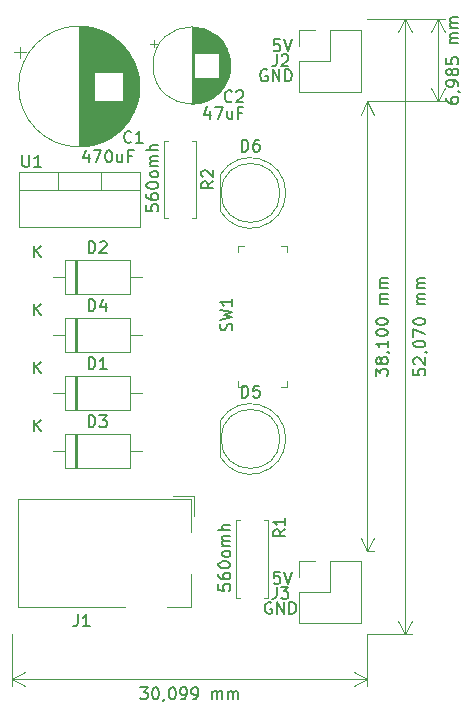
<source format=gbr>
G04 #@! TF.GenerationSoftware,KiCad,Pcbnew,(5.1.4)-1*
G04 #@! TF.CreationDate,2019-09-17T14:56:49+03:00*
G04 #@! TF.ProjectId,Project_1_Breadboard_power_supply,50726f6a-6563-4745-9f31-5f4272656164,v1*
G04 #@! TF.SameCoordinates,Original*
G04 #@! TF.FileFunction,Legend,Top*
G04 #@! TF.FilePolarity,Positive*
%FSLAX46Y46*%
G04 Gerber Fmt 4.6, Leading zero omitted, Abs format (unit mm)*
G04 Created by KiCad (PCBNEW (5.1.4)-1) date 2019-09-17 14:56:49*
%MOMM*%
%LPD*%
G04 APERTURE LIST*
%ADD10C,0.150000*%
%ADD11C,0.120000*%
%ADD12C,0.100000*%
G04 APERTURE END LIST*
D10*
X146645380Y-112140714D02*
X146645380Y-112616904D01*
X147121571Y-112664523D01*
X147073952Y-112616904D01*
X147026333Y-112521666D01*
X147026333Y-112283571D01*
X147073952Y-112188333D01*
X147121571Y-112140714D01*
X147216809Y-112093095D01*
X147454904Y-112093095D01*
X147550142Y-112140714D01*
X147597761Y-112188333D01*
X147645380Y-112283571D01*
X147645380Y-112521666D01*
X147597761Y-112616904D01*
X147550142Y-112664523D01*
X146645380Y-111235952D02*
X146645380Y-111426428D01*
X146693000Y-111521666D01*
X146740619Y-111569285D01*
X146883476Y-111664523D01*
X147073952Y-111712142D01*
X147454904Y-111712142D01*
X147550142Y-111664523D01*
X147597761Y-111616904D01*
X147645380Y-111521666D01*
X147645380Y-111331190D01*
X147597761Y-111235952D01*
X147550142Y-111188333D01*
X147454904Y-111140714D01*
X147216809Y-111140714D01*
X147121571Y-111188333D01*
X147073952Y-111235952D01*
X147026333Y-111331190D01*
X147026333Y-111521666D01*
X147073952Y-111616904D01*
X147121571Y-111664523D01*
X147216809Y-111712142D01*
X146645380Y-110521666D02*
X146645380Y-110426428D01*
X146693000Y-110331190D01*
X146740619Y-110283571D01*
X146835857Y-110235952D01*
X147026333Y-110188333D01*
X147264428Y-110188333D01*
X147454904Y-110235952D01*
X147550142Y-110283571D01*
X147597761Y-110331190D01*
X147645380Y-110426428D01*
X147645380Y-110521666D01*
X147597761Y-110616904D01*
X147550142Y-110664523D01*
X147454904Y-110712142D01*
X147264428Y-110759761D01*
X147026333Y-110759761D01*
X146835857Y-110712142D01*
X146740619Y-110664523D01*
X146693000Y-110616904D01*
X146645380Y-110521666D01*
X147645380Y-109616904D02*
X147597761Y-109712142D01*
X147550142Y-109759761D01*
X147454904Y-109807380D01*
X147169190Y-109807380D01*
X147073952Y-109759761D01*
X147026333Y-109712142D01*
X146978714Y-109616904D01*
X146978714Y-109474047D01*
X147026333Y-109378809D01*
X147073952Y-109331190D01*
X147169190Y-109283571D01*
X147454904Y-109283571D01*
X147550142Y-109331190D01*
X147597761Y-109378809D01*
X147645380Y-109474047D01*
X147645380Y-109616904D01*
X147645380Y-108855000D02*
X146978714Y-108855000D01*
X147073952Y-108855000D02*
X147026333Y-108807380D01*
X146978714Y-108712142D01*
X146978714Y-108569285D01*
X147026333Y-108474047D01*
X147121571Y-108426428D01*
X147645380Y-108426428D01*
X147121571Y-108426428D02*
X147026333Y-108378809D01*
X146978714Y-108283571D01*
X146978714Y-108140714D01*
X147026333Y-108045476D01*
X147121571Y-107997857D01*
X147645380Y-107997857D01*
X147645380Y-107521666D02*
X146645380Y-107521666D01*
X147645380Y-107093095D02*
X147121571Y-107093095D01*
X147026333Y-107140714D01*
X146978714Y-107235952D01*
X146978714Y-107378809D01*
X147026333Y-107474047D01*
X147073952Y-107521666D01*
X140549380Y-80009714D02*
X140549380Y-80485904D01*
X141025571Y-80533523D01*
X140977952Y-80485904D01*
X140930333Y-80390666D01*
X140930333Y-80152571D01*
X140977952Y-80057333D01*
X141025571Y-80009714D01*
X141120809Y-79962095D01*
X141358904Y-79962095D01*
X141454142Y-80009714D01*
X141501761Y-80057333D01*
X141549380Y-80152571D01*
X141549380Y-80390666D01*
X141501761Y-80485904D01*
X141454142Y-80533523D01*
X140549380Y-79104952D02*
X140549380Y-79295428D01*
X140597000Y-79390666D01*
X140644619Y-79438285D01*
X140787476Y-79533523D01*
X140977952Y-79581142D01*
X141358904Y-79581142D01*
X141454142Y-79533523D01*
X141501761Y-79485904D01*
X141549380Y-79390666D01*
X141549380Y-79200190D01*
X141501761Y-79104952D01*
X141454142Y-79057333D01*
X141358904Y-79009714D01*
X141120809Y-79009714D01*
X141025571Y-79057333D01*
X140977952Y-79104952D01*
X140930333Y-79200190D01*
X140930333Y-79390666D01*
X140977952Y-79485904D01*
X141025571Y-79533523D01*
X141120809Y-79581142D01*
X140549380Y-78390666D02*
X140549380Y-78295428D01*
X140597000Y-78200190D01*
X140644619Y-78152571D01*
X140739857Y-78104952D01*
X140930333Y-78057333D01*
X141168428Y-78057333D01*
X141358904Y-78104952D01*
X141454142Y-78152571D01*
X141501761Y-78200190D01*
X141549380Y-78295428D01*
X141549380Y-78390666D01*
X141501761Y-78485904D01*
X141454142Y-78533523D01*
X141358904Y-78581142D01*
X141168428Y-78628761D01*
X140930333Y-78628761D01*
X140739857Y-78581142D01*
X140644619Y-78533523D01*
X140597000Y-78485904D01*
X140549380Y-78390666D01*
X141549380Y-77485904D02*
X141501761Y-77581142D01*
X141454142Y-77628761D01*
X141358904Y-77676380D01*
X141073190Y-77676380D01*
X140977952Y-77628761D01*
X140930333Y-77581142D01*
X140882714Y-77485904D01*
X140882714Y-77343047D01*
X140930333Y-77247809D01*
X140977952Y-77200190D01*
X141073190Y-77152571D01*
X141358904Y-77152571D01*
X141454142Y-77200190D01*
X141501761Y-77247809D01*
X141549380Y-77343047D01*
X141549380Y-77485904D01*
X141549380Y-76724000D02*
X140882714Y-76724000D01*
X140977952Y-76724000D02*
X140930333Y-76676380D01*
X140882714Y-76581142D01*
X140882714Y-76438285D01*
X140930333Y-76343047D01*
X141025571Y-76295428D01*
X141549380Y-76295428D01*
X141025571Y-76295428D02*
X140930333Y-76247809D01*
X140882714Y-76152571D01*
X140882714Y-76009714D01*
X140930333Y-75914476D01*
X141025571Y-75866857D01*
X141549380Y-75866857D01*
X141549380Y-75390666D02*
X140549380Y-75390666D01*
X141549380Y-74962095D02*
X141025571Y-74962095D01*
X140930333Y-75009714D01*
X140882714Y-75104952D01*
X140882714Y-75247809D01*
X140930333Y-75343047D01*
X140977952Y-75390666D01*
X145899333Y-72048714D02*
X145899333Y-72715380D01*
X145661238Y-71667761D02*
X145423142Y-72382047D01*
X146042190Y-72382047D01*
X146327904Y-71715380D02*
X146994571Y-71715380D01*
X146566000Y-72715380D01*
X147804095Y-72048714D02*
X147804095Y-72715380D01*
X147375523Y-72048714D02*
X147375523Y-72572523D01*
X147423142Y-72667761D01*
X147518380Y-72715380D01*
X147661238Y-72715380D01*
X147756476Y-72667761D01*
X147804095Y-72620142D01*
X148613619Y-72191571D02*
X148280285Y-72191571D01*
X148280285Y-72715380D02*
X148280285Y-71715380D01*
X148756476Y-71715380D01*
X135644142Y-75731714D02*
X135644142Y-76398380D01*
X135406047Y-75350761D02*
X135167952Y-76065047D01*
X135787000Y-76065047D01*
X136072714Y-75398380D02*
X136739380Y-75398380D01*
X136310809Y-76398380D01*
X137310809Y-75398380D02*
X137406047Y-75398380D01*
X137501285Y-75446000D01*
X137548904Y-75493619D01*
X137596523Y-75588857D01*
X137644142Y-75779333D01*
X137644142Y-76017428D01*
X137596523Y-76207904D01*
X137548904Y-76303142D01*
X137501285Y-76350761D01*
X137406047Y-76398380D01*
X137310809Y-76398380D01*
X137215571Y-76350761D01*
X137167952Y-76303142D01*
X137120333Y-76207904D01*
X137072714Y-76017428D01*
X137072714Y-75779333D01*
X137120333Y-75588857D01*
X137167952Y-75493619D01*
X137215571Y-75446000D01*
X137310809Y-75398380D01*
X138501285Y-75731714D02*
X138501285Y-76398380D01*
X138072714Y-75731714D02*
X138072714Y-76255523D01*
X138120333Y-76350761D01*
X138215571Y-76398380D01*
X138358428Y-76398380D01*
X138453666Y-76350761D01*
X138501285Y-76303142D01*
X139310809Y-75874571D02*
X138977476Y-75874571D01*
X138977476Y-76398380D02*
X138977476Y-75398380D01*
X139453666Y-75398380D01*
X140018023Y-120864380D02*
X140637071Y-120864380D01*
X140303738Y-121245333D01*
X140446595Y-121245333D01*
X140541833Y-121292952D01*
X140589452Y-121340571D01*
X140637071Y-121435809D01*
X140637071Y-121673904D01*
X140589452Y-121769142D01*
X140541833Y-121816761D01*
X140446595Y-121864380D01*
X140160880Y-121864380D01*
X140065642Y-121816761D01*
X140018023Y-121769142D01*
X141256119Y-120864380D02*
X141351357Y-120864380D01*
X141446595Y-120912000D01*
X141494214Y-120959619D01*
X141541833Y-121054857D01*
X141589452Y-121245333D01*
X141589452Y-121483428D01*
X141541833Y-121673904D01*
X141494214Y-121769142D01*
X141446595Y-121816761D01*
X141351357Y-121864380D01*
X141256119Y-121864380D01*
X141160880Y-121816761D01*
X141113261Y-121769142D01*
X141065642Y-121673904D01*
X141018023Y-121483428D01*
X141018023Y-121245333D01*
X141065642Y-121054857D01*
X141113261Y-120959619D01*
X141160880Y-120912000D01*
X141256119Y-120864380D01*
X142065642Y-121816761D02*
X142065642Y-121864380D01*
X142018023Y-121959619D01*
X141970404Y-122007238D01*
X142684690Y-120864380D02*
X142779928Y-120864380D01*
X142875166Y-120912000D01*
X142922785Y-120959619D01*
X142970404Y-121054857D01*
X143018023Y-121245333D01*
X143018023Y-121483428D01*
X142970404Y-121673904D01*
X142922785Y-121769142D01*
X142875166Y-121816761D01*
X142779928Y-121864380D01*
X142684690Y-121864380D01*
X142589452Y-121816761D01*
X142541833Y-121769142D01*
X142494214Y-121673904D01*
X142446595Y-121483428D01*
X142446595Y-121245333D01*
X142494214Y-121054857D01*
X142541833Y-120959619D01*
X142589452Y-120912000D01*
X142684690Y-120864380D01*
X143494214Y-121864380D02*
X143684690Y-121864380D01*
X143779928Y-121816761D01*
X143827547Y-121769142D01*
X143922785Y-121626285D01*
X143970404Y-121435809D01*
X143970404Y-121054857D01*
X143922785Y-120959619D01*
X143875166Y-120912000D01*
X143779928Y-120864380D01*
X143589452Y-120864380D01*
X143494214Y-120912000D01*
X143446595Y-120959619D01*
X143398976Y-121054857D01*
X143398976Y-121292952D01*
X143446595Y-121388190D01*
X143494214Y-121435809D01*
X143589452Y-121483428D01*
X143779928Y-121483428D01*
X143875166Y-121435809D01*
X143922785Y-121388190D01*
X143970404Y-121292952D01*
X144446595Y-121864380D02*
X144637071Y-121864380D01*
X144732309Y-121816761D01*
X144779928Y-121769142D01*
X144875166Y-121626285D01*
X144922785Y-121435809D01*
X144922785Y-121054857D01*
X144875166Y-120959619D01*
X144827547Y-120912000D01*
X144732309Y-120864380D01*
X144541833Y-120864380D01*
X144446595Y-120912000D01*
X144398976Y-120959619D01*
X144351357Y-121054857D01*
X144351357Y-121292952D01*
X144398976Y-121388190D01*
X144446595Y-121435809D01*
X144541833Y-121483428D01*
X144732309Y-121483428D01*
X144827547Y-121435809D01*
X144875166Y-121388190D01*
X144922785Y-121292952D01*
X146113261Y-121864380D02*
X146113261Y-121197714D01*
X146113261Y-121292952D02*
X146160880Y-121245333D01*
X146256119Y-121197714D01*
X146398976Y-121197714D01*
X146494214Y-121245333D01*
X146541833Y-121340571D01*
X146541833Y-121864380D01*
X146541833Y-121340571D02*
X146589452Y-121245333D01*
X146684690Y-121197714D01*
X146827547Y-121197714D01*
X146922785Y-121245333D01*
X146970404Y-121340571D01*
X146970404Y-121864380D01*
X147446595Y-121864380D02*
X147446595Y-121197714D01*
X147446595Y-121292952D02*
X147494214Y-121245333D01*
X147589452Y-121197714D01*
X147732309Y-121197714D01*
X147827547Y-121245333D01*
X147875166Y-121340571D01*
X147875166Y-121864380D01*
X147875166Y-121340571D02*
X147922785Y-121245333D01*
X148018023Y-121197714D01*
X148160880Y-121197714D01*
X148256119Y-121245333D01*
X148303738Y-121340571D01*
X148303738Y-121864380D01*
D11*
X129159000Y-120142000D02*
X159258000Y-120142000D01*
X129159000Y-116332000D02*
X129159000Y-120728421D01*
X159258000Y-116332000D02*
X159258000Y-120728421D01*
X159258000Y-120142000D02*
X158131496Y-120728421D01*
X159258000Y-120142000D02*
X158131496Y-119555579D01*
X129159000Y-120142000D02*
X130285504Y-120728421D01*
X129159000Y-120142000D02*
X130285504Y-119555579D01*
D10*
X165949380Y-70944976D02*
X165949380Y-71135452D01*
X165997000Y-71230690D01*
X166044619Y-71278309D01*
X166187476Y-71373547D01*
X166377952Y-71421166D01*
X166758904Y-71421166D01*
X166854142Y-71373547D01*
X166901761Y-71325928D01*
X166949380Y-71230690D01*
X166949380Y-71040214D01*
X166901761Y-70944976D01*
X166854142Y-70897357D01*
X166758904Y-70849738D01*
X166520809Y-70849738D01*
X166425571Y-70897357D01*
X166377952Y-70944976D01*
X166330333Y-71040214D01*
X166330333Y-71230690D01*
X166377952Y-71325928D01*
X166425571Y-71373547D01*
X166520809Y-71421166D01*
X166901761Y-70373547D02*
X166949380Y-70373547D01*
X167044619Y-70421166D01*
X167092238Y-70468785D01*
X166949380Y-69897357D02*
X166949380Y-69706880D01*
X166901761Y-69611642D01*
X166854142Y-69564023D01*
X166711285Y-69468785D01*
X166520809Y-69421166D01*
X166139857Y-69421166D01*
X166044619Y-69468785D01*
X165997000Y-69516404D01*
X165949380Y-69611642D01*
X165949380Y-69802119D01*
X165997000Y-69897357D01*
X166044619Y-69944976D01*
X166139857Y-69992595D01*
X166377952Y-69992595D01*
X166473190Y-69944976D01*
X166520809Y-69897357D01*
X166568428Y-69802119D01*
X166568428Y-69611642D01*
X166520809Y-69516404D01*
X166473190Y-69468785D01*
X166377952Y-69421166D01*
X166377952Y-68849738D02*
X166330333Y-68944976D01*
X166282714Y-68992595D01*
X166187476Y-69040214D01*
X166139857Y-69040214D01*
X166044619Y-68992595D01*
X165997000Y-68944976D01*
X165949380Y-68849738D01*
X165949380Y-68659261D01*
X165997000Y-68564023D01*
X166044619Y-68516404D01*
X166139857Y-68468785D01*
X166187476Y-68468785D01*
X166282714Y-68516404D01*
X166330333Y-68564023D01*
X166377952Y-68659261D01*
X166377952Y-68849738D01*
X166425571Y-68944976D01*
X166473190Y-68992595D01*
X166568428Y-69040214D01*
X166758904Y-69040214D01*
X166854142Y-68992595D01*
X166901761Y-68944976D01*
X166949380Y-68849738D01*
X166949380Y-68659261D01*
X166901761Y-68564023D01*
X166854142Y-68516404D01*
X166758904Y-68468785D01*
X166568428Y-68468785D01*
X166473190Y-68516404D01*
X166425571Y-68564023D01*
X166377952Y-68659261D01*
X165949380Y-67564023D02*
X165949380Y-68040214D01*
X166425571Y-68087833D01*
X166377952Y-68040214D01*
X166330333Y-67944976D01*
X166330333Y-67706880D01*
X166377952Y-67611642D01*
X166425571Y-67564023D01*
X166520809Y-67516404D01*
X166758904Y-67516404D01*
X166854142Y-67564023D01*
X166901761Y-67611642D01*
X166949380Y-67706880D01*
X166949380Y-67944976D01*
X166901761Y-68040214D01*
X166854142Y-68087833D01*
X166949380Y-66325928D02*
X166282714Y-66325928D01*
X166377952Y-66325928D02*
X166330333Y-66278309D01*
X166282714Y-66183071D01*
X166282714Y-66040214D01*
X166330333Y-65944976D01*
X166425571Y-65897357D01*
X166949380Y-65897357D01*
X166425571Y-65897357D02*
X166330333Y-65849738D01*
X166282714Y-65754500D01*
X166282714Y-65611642D01*
X166330333Y-65516404D01*
X166425571Y-65468785D01*
X166949380Y-65468785D01*
X166949380Y-64992595D02*
X166282714Y-64992595D01*
X166377952Y-64992595D02*
X166330333Y-64944976D01*
X166282714Y-64849738D01*
X166282714Y-64706880D01*
X166330333Y-64611642D01*
X166425571Y-64564023D01*
X166949380Y-64564023D01*
X166425571Y-64564023D02*
X166330333Y-64516404D01*
X166282714Y-64421166D01*
X166282714Y-64278309D01*
X166330333Y-64183071D01*
X166425571Y-64135452D01*
X166949380Y-64135452D01*
D11*
X165227000Y-71247000D02*
X165227000Y-64262000D01*
X159258000Y-71247000D02*
X165813421Y-71247000D01*
X159258000Y-64262000D02*
X165813421Y-64262000D01*
X165227000Y-64262000D02*
X165813421Y-65388504D01*
X165227000Y-64262000D02*
X164640579Y-65388504D01*
X165227000Y-71247000D02*
X165813421Y-70120496D01*
X165227000Y-71247000D02*
X164640579Y-70120496D01*
D10*
X159980380Y-94487476D02*
X159980380Y-93868428D01*
X160361333Y-94201761D01*
X160361333Y-94058904D01*
X160408952Y-93963666D01*
X160456571Y-93916047D01*
X160551809Y-93868428D01*
X160789904Y-93868428D01*
X160885142Y-93916047D01*
X160932761Y-93963666D01*
X160980380Y-94058904D01*
X160980380Y-94344619D01*
X160932761Y-94439857D01*
X160885142Y-94487476D01*
X160408952Y-93297000D02*
X160361333Y-93392238D01*
X160313714Y-93439857D01*
X160218476Y-93487476D01*
X160170857Y-93487476D01*
X160075619Y-93439857D01*
X160028000Y-93392238D01*
X159980380Y-93297000D01*
X159980380Y-93106523D01*
X160028000Y-93011285D01*
X160075619Y-92963666D01*
X160170857Y-92916047D01*
X160218476Y-92916047D01*
X160313714Y-92963666D01*
X160361333Y-93011285D01*
X160408952Y-93106523D01*
X160408952Y-93297000D01*
X160456571Y-93392238D01*
X160504190Y-93439857D01*
X160599428Y-93487476D01*
X160789904Y-93487476D01*
X160885142Y-93439857D01*
X160932761Y-93392238D01*
X160980380Y-93297000D01*
X160980380Y-93106523D01*
X160932761Y-93011285D01*
X160885142Y-92963666D01*
X160789904Y-92916047D01*
X160599428Y-92916047D01*
X160504190Y-92963666D01*
X160456571Y-93011285D01*
X160408952Y-93106523D01*
X160932761Y-92439857D02*
X160980380Y-92439857D01*
X161075619Y-92487476D01*
X161123238Y-92535095D01*
X160980380Y-91487476D02*
X160980380Y-92058904D01*
X160980380Y-91773190D02*
X159980380Y-91773190D01*
X160123238Y-91868428D01*
X160218476Y-91963666D01*
X160266095Y-92058904D01*
X159980380Y-90868428D02*
X159980380Y-90773190D01*
X160028000Y-90677952D01*
X160075619Y-90630333D01*
X160170857Y-90582714D01*
X160361333Y-90535095D01*
X160599428Y-90535095D01*
X160789904Y-90582714D01*
X160885142Y-90630333D01*
X160932761Y-90677952D01*
X160980380Y-90773190D01*
X160980380Y-90868428D01*
X160932761Y-90963666D01*
X160885142Y-91011285D01*
X160789904Y-91058904D01*
X160599428Y-91106523D01*
X160361333Y-91106523D01*
X160170857Y-91058904D01*
X160075619Y-91011285D01*
X160028000Y-90963666D01*
X159980380Y-90868428D01*
X159980380Y-89916047D02*
X159980380Y-89820809D01*
X160028000Y-89725571D01*
X160075619Y-89677952D01*
X160170857Y-89630333D01*
X160361333Y-89582714D01*
X160599428Y-89582714D01*
X160789904Y-89630333D01*
X160885142Y-89677952D01*
X160932761Y-89725571D01*
X160980380Y-89820809D01*
X160980380Y-89916047D01*
X160932761Y-90011285D01*
X160885142Y-90058904D01*
X160789904Y-90106523D01*
X160599428Y-90154142D01*
X160361333Y-90154142D01*
X160170857Y-90106523D01*
X160075619Y-90058904D01*
X160028000Y-90011285D01*
X159980380Y-89916047D01*
X160980380Y-88392238D02*
X160313714Y-88392238D01*
X160408952Y-88392238D02*
X160361333Y-88344619D01*
X160313714Y-88249380D01*
X160313714Y-88106523D01*
X160361333Y-88011285D01*
X160456571Y-87963666D01*
X160980380Y-87963666D01*
X160456571Y-87963666D02*
X160361333Y-87916047D01*
X160313714Y-87820809D01*
X160313714Y-87677952D01*
X160361333Y-87582714D01*
X160456571Y-87535095D01*
X160980380Y-87535095D01*
X160980380Y-87058904D02*
X160313714Y-87058904D01*
X160408952Y-87058904D02*
X160361333Y-87011285D01*
X160313714Y-86916047D01*
X160313714Y-86773190D01*
X160361333Y-86677952D01*
X160456571Y-86630333D01*
X160980380Y-86630333D01*
X160456571Y-86630333D02*
X160361333Y-86582714D01*
X160313714Y-86487476D01*
X160313714Y-86344619D01*
X160361333Y-86249380D01*
X160456571Y-86201761D01*
X160980380Y-86201761D01*
D11*
X159258000Y-109347000D02*
X159258000Y-71247000D01*
X159258000Y-109347000D02*
X159844421Y-109347000D01*
X159258000Y-71247000D02*
X159844421Y-71247000D01*
X159258000Y-71247000D02*
X159844421Y-72373504D01*
X159258000Y-71247000D02*
X158671579Y-72373504D01*
X159258000Y-109347000D02*
X159844421Y-108220496D01*
X159258000Y-109347000D02*
X158671579Y-108220496D01*
D10*
X163155380Y-93916047D02*
X163155380Y-94392238D01*
X163631571Y-94439857D01*
X163583952Y-94392238D01*
X163536333Y-94297000D01*
X163536333Y-94058904D01*
X163583952Y-93963666D01*
X163631571Y-93916047D01*
X163726809Y-93868428D01*
X163964904Y-93868428D01*
X164060142Y-93916047D01*
X164107761Y-93963666D01*
X164155380Y-94058904D01*
X164155380Y-94297000D01*
X164107761Y-94392238D01*
X164060142Y-94439857D01*
X163250619Y-93487476D02*
X163203000Y-93439857D01*
X163155380Y-93344619D01*
X163155380Y-93106523D01*
X163203000Y-93011285D01*
X163250619Y-92963666D01*
X163345857Y-92916047D01*
X163441095Y-92916047D01*
X163583952Y-92963666D01*
X164155380Y-93535095D01*
X164155380Y-92916047D01*
X164107761Y-92439857D02*
X164155380Y-92439857D01*
X164250619Y-92487476D01*
X164298238Y-92535095D01*
X163155380Y-91820809D02*
X163155380Y-91725571D01*
X163203000Y-91630333D01*
X163250619Y-91582714D01*
X163345857Y-91535095D01*
X163536333Y-91487476D01*
X163774428Y-91487476D01*
X163964904Y-91535095D01*
X164060142Y-91582714D01*
X164107761Y-91630333D01*
X164155380Y-91725571D01*
X164155380Y-91820809D01*
X164107761Y-91916047D01*
X164060142Y-91963666D01*
X163964904Y-92011285D01*
X163774428Y-92058904D01*
X163536333Y-92058904D01*
X163345857Y-92011285D01*
X163250619Y-91963666D01*
X163203000Y-91916047D01*
X163155380Y-91820809D01*
X163155380Y-91154142D02*
X163155380Y-90487476D01*
X164155380Y-90916047D01*
X163155380Y-89916047D02*
X163155380Y-89820809D01*
X163203000Y-89725571D01*
X163250619Y-89677952D01*
X163345857Y-89630333D01*
X163536333Y-89582714D01*
X163774428Y-89582714D01*
X163964904Y-89630333D01*
X164060142Y-89677952D01*
X164107761Y-89725571D01*
X164155380Y-89820809D01*
X164155380Y-89916047D01*
X164107761Y-90011285D01*
X164060142Y-90058904D01*
X163964904Y-90106523D01*
X163774428Y-90154142D01*
X163536333Y-90154142D01*
X163345857Y-90106523D01*
X163250619Y-90058904D01*
X163203000Y-90011285D01*
X163155380Y-89916047D01*
X164155380Y-88392238D02*
X163488714Y-88392238D01*
X163583952Y-88392238D02*
X163536333Y-88344619D01*
X163488714Y-88249380D01*
X163488714Y-88106523D01*
X163536333Y-88011285D01*
X163631571Y-87963666D01*
X164155380Y-87963666D01*
X163631571Y-87963666D02*
X163536333Y-87916047D01*
X163488714Y-87820809D01*
X163488714Y-87677952D01*
X163536333Y-87582714D01*
X163631571Y-87535095D01*
X164155380Y-87535095D01*
X164155380Y-87058904D02*
X163488714Y-87058904D01*
X163583952Y-87058904D02*
X163536333Y-87011285D01*
X163488714Y-86916047D01*
X163488714Y-86773190D01*
X163536333Y-86677952D01*
X163631571Y-86630333D01*
X164155380Y-86630333D01*
X163631571Y-86630333D02*
X163536333Y-86582714D01*
X163488714Y-86487476D01*
X163488714Y-86344619D01*
X163536333Y-86249380D01*
X163631571Y-86201761D01*
X164155380Y-86201761D01*
D11*
X162433000Y-116332000D02*
X162433000Y-64262000D01*
X159258000Y-116332000D02*
X163019421Y-116332000D01*
X159258000Y-64262000D02*
X163019421Y-64262000D01*
X162433000Y-64262000D02*
X163019421Y-65388504D01*
X162433000Y-64262000D02*
X161846579Y-65388504D01*
X162433000Y-116332000D02*
X163019421Y-115205496D01*
X162433000Y-116332000D02*
X161846579Y-115205496D01*
D10*
X151828523Y-111085380D02*
X151352333Y-111085380D01*
X151304714Y-111561571D01*
X151352333Y-111513952D01*
X151447571Y-111466333D01*
X151685666Y-111466333D01*
X151780904Y-111513952D01*
X151828523Y-111561571D01*
X151876142Y-111656809D01*
X151876142Y-111894904D01*
X151828523Y-111990142D01*
X151780904Y-112037761D01*
X151685666Y-112085380D01*
X151447571Y-112085380D01*
X151352333Y-112037761D01*
X151304714Y-111990142D01*
X152161857Y-111085380D02*
X152495190Y-112085380D01*
X152828523Y-111085380D01*
X150749095Y-68588000D02*
X150653857Y-68540380D01*
X150511000Y-68540380D01*
X150368142Y-68588000D01*
X150272904Y-68683238D01*
X150225285Y-68778476D01*
X150177666Y-68968952D01*
X150177666Y-69111809D01*
X150225285Y-69302285D01*
X150272904Y-69397523D01*
X150368142Y-69492761D01*
X150511000Y-69540380D01*
X150606238Y-69540380D01*
X150749095Y-69492761D01*
X150796714Y-69445142D01*
X150796714Y-69111809D01*
X150606238Y-69111809D01*
X151225285Y-69540380D02*
X151225285Y-68540380D01*
X151796714Y-69540380D01*
X151796714Y-68540380D01*
X152272904Y-69540380D02*
X152272904Y-68540380D01*
X152511000Y-68540380D01*
X152653857Y-68588000D01*
X152749095Y-68683238D01*
X152796714Y-68778476D01*
X152844333Y-68968952D01*
X152844333Y-69111809D01*
X152796714Y-69302285D01*
X152749095Y-69397523D01*
X152653857Y-69492761D01*
X152511000Y-69540380D01*
X152272904Y-69540380D01*
X151828523Y-66000380D02*
X151352333Y-66000380D01*
X151304714Y-66476571D01*
X151352333Y-66428952D01*
X151447571Y-66381333D01*
X151685666Y-66381333D01*
X151780904Y-66428952D01*
X151828523Y-66476571D01*
X151876142Y-66571809D01*
X151876142Y-66809904D01*
X151828523Y-66905142D01*
X151780904Y-66952761D01*
X151685666Y-67000380D01*
X151447571Y-67000380D01*
X151352333Y-66952761D01*
X151304714Y-66905142D01*
X152161857Y-66000380D02*
X152495190Y-67000380D01*
X152828523Y-66000380D01*
X151130095Y-113673000D02*
X151034857Y-113625380D01*
X150892000Y-113625380D01*
X150749142Y-113673000D01*
X150653904Y-113768238D01*
X150606285Y-113863476D01*
X150558666Y-114053952D01*
X150558666Y-114196809D01*
X150606285Y-114387285D01*
X150653904Y-114482523D01*
X150749142Y-114577761D01*
X150892000Y-114625380D01*
X150987238Y-114625380D01*
X151130095Y-114577761D01*
X151177714Y-114530142D01*
X151177714Y-114196809D01*
X150987238Y-114196809D01*
X151606285Y-114625380D02*
X151606285Y-113625380D01*
X152177714Y-114625380D01*
X152177714Y-113625380D01*
X152653904Y-114625380D02*
X152653904Y-113625380D01*
X152892000Y-113625380D01*
X153034857Y-113673000D01*
X153130095Y-113768238D01*
X153177714Y-113863476D01*
X153225333Y-114053952D01*
X153225333Y-114196809D01*
X153177714Y-114387285D01*
X153130095Y-114482523D01*
X153034857Y-114577761D01*
X152892000Y-114625380D01*
X152653904Y-114625380D01*
D11*
X139954000Y-69977000D02*
G75*
G03X139954000Y-69977000I-5120000J0D01*
G01*
X134834000Y-64897000D02*
X134834000Y-75057000D01*
X134874000Y-64897000D02*
X134874000Y-75057000D01*
X134914000Y-64897000D02*
X134914000Y-75057000D01*
X134954000Y-64898000D02*
X134954000Y-75056000D01*
X134994000Y-64899000D02*
X134994000Y-75055000D01*
X135034000Y-64900000D02*
X135034000Y-75054000D01*
X135074000Y-64902000D02*
X135074000Y-75052000D01*
X135114000Y-64904000D02*
X135114000Y-75050000D01*
X135154000Y-64907000D02*
X135154000Y-75047000D01*
X135194000Y-64909000D02*
X135194000Y-75045000D01*
X135234000Y-64912000D02*
X135234000Y-75042000D01*
X135274000Y-64915000D02*
X135274000Y-75039000D01*
X135314000Y-64919000D02*
X135314000Y-75035000D01*
X135354000Y-64923000D02*
X135354000Y-75031000D01*
X135394000Y-64927000D02*
X135394000Y-75027000D01*
X135434000Y-64932000D02*
X135434000Y-75022000D01*
X135474000Y-64937000D02*
X135474000Y-75017000D01*
X135514000Y-64942000D02*
X135514000Y-75012000D01*
X135555000Y-64947000D02*
X135555000Y-75007000D01*
X135595000Y-64953000D02*
X135595000Y-75001000D01*
X135635000Y-64959000D02*
X135635000Y-74995000D01*
X135675000Y-64966000D02*
X135675000Y-74988000D01*
X135715000Y-64973000D02*
X135715000Y-74981000D01*
X135755000Y-64980000D02*
X135755000Y-74974000D01*
X135795000Y-64987000D02*
X135795000Y-74967000D01*
X135835000Y-64995000D02*
X135835000Y-74959000D01*
X135875000Y-65003000D02*
X135875000Y-74951000D01*
X135915000Y-65012000D02*
X135915000Y-74942000D01*
X135955000Y-65021000D02*
X135955000Y-74933000D01*
X135995000Y-65030000D02*
X135995000Y-74924000D01*
X136035000Y-65039000D02*
X136035000Y-74915000D01*
X136075000Y-65049000D02*
X136075000Y-74905000D01*
X136115000Y-65059000D02*
X136115000Y-68736000D01*
X136115000Y-71218000D02*
X136115000Y-74895000D01*
X136155000Y-65070000D02*
X136155000Y-68736000D01*
X136155000Y-71218000D02*
X136155000Y-74884000D01*
X136195000Y-65080000D02*
X136195000Y-68736000D01*
X136195000Y-71218000D02*
X136195000Y-74874000D01*
X136235000Y-65092000D02*
X136235000Y-68736000D01*
X136235000Y-71218000D02*
X136235000Y-74862000D01*
X136275000Y-65103000D02*
X136275000Y-68736000D01*
X136275000Y-71218000D02*
X136275000Y-74851000D01*
X136315000Y-65115000D02*
X136315000Y-68736000D01*
X136315000Y-71218000D02*
X136315000Y-74839000D01*
X136355000Y-65127000D02*
X136355000Y-68736000D01*
X136355000Y-71218000D02*
X136355000Y-74827000D01*
X136395000Y-65140000D02*
X136395000Y-68736000D01*
X136395000Y-71218000D02*
X136395000Y-74814000D01*
X136435000Y-65153000D02*
X136435000Y-68736000D01*
X136435000Y-71218000D02*
X136435000Y-74801000D01*
X136475000Y-65166000D02*
X136475000Y-68736000D01*
X136475000Y-71218000D02*
X136475000Y-74788000D01*
X136515000Y-65180000D02*
X136515000Y-68736000D01*
X136515000Y-71218000D02*
X136515000Y-74774000D01*
X136555000Y-65194000D02*
X136555000Y-68736000D01*
X136555000Y-71218000D02*
X136555000Y-74760000D01*
X136595000Y-65209000D02*
X136595000Y-68736000D01*
X136595000Y-71218000D02*
X136595000Y-74745000D01*
X136635000Y-65223000D02*
X136635000Y-68736000D01*
X136635000Y-71218000D02*
X136635000Y-74731000D01*
X136675000Y-65239000D02*
X136675000Y-68736000D01*
X136675000Y-71218000D02*
X136675000Y-74715000D01*
X136715000Y-65254000D02*
X136715000Y-68736000D01*
X136715000Y-71218000D02*
X136715000Y-74700000D01*
X136755000Y-65270000D02*
X136755000Y-68736000D01*
X136755000Y-71218000D02*
X136755000Y-74684000D01*
X136795000Y-65287000D02*
X136795000Y-68736000D01*
X136795000Y-71218000D02*
X136795000Y-74667000D01*
X136835000Y-65303000D02*
X136835000Y-68736000D01*
X136835000Y-71218000D02*
X136835000Y-74651000D01*
X136875000Y-65320000D02*
X136875000Y-68736000D01*
X136875000Y-71218000D02*
X136875000Y-74634000D01*
X136915000Y-65338000D02*
X136915000Y-68736000D01*
X136915000Y-71218000D02*
X136915000Y-74616000D01*
X136955000Y-65356000D02*
X136955000Y-68736000D01*
X136955000Y-71218000D02*
X136955000Y-74598000D01*
X136995000Y-65374000D02*
X136995000Y-68736000D01*
X136995000Y-71218000D02*
X136995000Y-74580000D01*
X137035000Y-65393000D02*
X137035000Y-68736000D01*
X137035000Y-71218000D02*
X137035000Y-74561000D01*
X137075000Y-65413000D02*
X137075000Y-68736000D01*
X137075000Y-71218000D02*
X137075000Y-74541000D01*
X137115000Y-65432000D02*
X137115000Y-68736000D01*
X137115000Y-71218000D02*
X137115000Y-74522000D01*
X137155000Y-65452000D02*
X137155000Y-68736000D01*
X137155000Y-71218000D02*
X137155000Y-74502000D01*
X137195000Y-65473000D02*
X137195000Y-68736000D01*
X137195000Y-71218000D02*
X137195000Y-74481000D01*
X137235000Y-65494000D02*
X137235000Y-68736000D01*
X137235000Y-71218000D02*
X137235000Y-74460000D01*
X137275000Y-65515000D02*
X137275000Y-68736000D01*
X137275000Y-71218000D02*
X137275000Y-74439000D01*
X137315000Y-65537000D02*
X137315000Y-68736000D01*
X137315000Y-71218000D02*
X137315000Y-74417000D01*
X137355000Y-65560000D02*
X137355000Y-68736000D01*
X137355000Y-71218000D02*
X137355000Y-74394000D01*
X137395000Y-65582000D02*
X137395000Y-68736000D01*
X137395000Y-71218000D02*
X137395000Y-74372000D01*
X137435000Y-65606000D02*
X137435000Y-68736000D01*
X137435000Y-71218000D02*
X137435000Y-74348000D01*
X137475000Y-65630000D02*
X137475000Y-68736000D01*
X137475000Y-71218000D02*
X137475000Y-74324000D01*
X137515000Y-65654000D02*
X137515000Y-68736000D01*
X137515000Y-71218000D02*
X137515000Y-74300000D01*
X137555000Y-65679000D02*
X137555000Y-68736000D01*
X137555000Y-71218000D02*
X137555000Y-74275000D01*
X137595000Y-65704000D02*
X137595000Y-68736000D01*
X137595000Y-71218000D02*
X137595000Y-74250000D01*
X137635000Y-65730000D02*
X137635000Y-68736000D01*
X137635000Y-71218000D02*
X137635000Y-74224000D01*
X137675000Y-65756000D02*
X137675000Y-68736000D01*
X137675000Y-71218000D02*
X137675000Y-74198000D01*
X137715000Y-65783000D02*
X137715000Y-68736000D01*
X137715000Y-71218000D02*
X137715000Y-74171000D01*
X137755000Y-65811000D02*
X137755000Y-68736000D01*
X137755000Y-71218000D02*
X137755000Y-74143000D01*
X137795000Y-65839000D02*
X137795000Y-68736000D01*
X137795000Y-71218000D02*
X137795000Y-74115000D01*
X137835000Y-65867000D02*
X137835000Y-68736000D01*
X137835000Y-71218000D02*
X137835000Y-74087000D01*
X137875000Y-65897000D02*
X137875000Y-68736000D01*
X137875000Y-71218000D02*
X137875000Y-74057000D01*
X137915000Y-65927000D02*
X137915000Y-68736000D01*
X137915000Y-71218000D02*
X137915000Y-74027000D01*
X137955000Y-65957000D02*
X137955000Y-68736000D01*
X137955000Y-71218000D02*
X137955000Y-73997000D01*
X137995000Y-65988000D02*
X137995000Y-68736000D01*
X137995000Y-71218000D02*
X137995000Y-73966000D01*
X138035000Y-66020000D02*
X138035000Y-68736000D01*
X138035000Y-71218000D02*
X138035000Y-73934000D01*
X138075000Y-66052000D02*
X138075000Y-68736000D01*
X138075000Y-71218000D02*
X138075000Y-73902000D01*
X138115000Y-66085000D02*
X138115000Y-68736000D01*
X138115000Y-71218000D02*
X138115000Y-73869000D01*
X138155000Y-66119000D02*
X138155000Y-68736000D01*
X138155000Y-71218000D02*
X138155000Y-73835000D01*
X138195000Y-66153000D02*
X138195000Y-68736000D01*
X138195000Y-71218000D02*
X138195000Y-73801000D01*
X138235000Y-66188000D02*
X138235000Y-68736000D01*
X138235000Y-71218000D02*
X138235000Y-73766000D01*
X138275000Y-66224000D02*
X138275000Y-68736000D01*
X138275000Y-71218000D02*
X138275000Y-73730000D01*
X138315000Y-66261000D02*
X138315000Y-68736000D01*
X138315000Y-71218000D02*
X138315000Y-73693000D01*
X138355000Y-66298000D02*
X138355000Y-68736000D01*
X138355000Y-71218000D02*
X138355000Y-73656000D01*
X138395000Y-66337000D02*
X138395000Y-68736000D01*
X138395000Y-71218000D02*
X138395000Y-73617000D01*
X138435000Y-66376000D02*
X138435000Y-68736000D01*
X138435000Y-71218000D02*
X138435000Y-73578000D01*
X138475000Y-66416000D02*
X138475000Y-68736000D01*
X138475000Y-71218000D02*
X138475000Y-73538000D01*
X138515000Y-66457000D02*
X138515000Y-68736000D01*
X138515000Y-71218000D02*
X138515000Y-73497000D01*
X138555000Y-66499000D02*
X138555000Y-68736000D01*
X138555000Y-71218000D02*
X138555000Y-73455000D01*
X138595000Y-66541000D02*
X138595000Y-73413000D01*
X138635000Y-66585000D02*
X138635000Y-73369000D01*
X138675000Y-66630000D02*
X138675000Y-73324000D01*
X138715000Y-66676000D02*
X138715000Y-73278000D01*
X138755000Y-66723000D02*
X138755000Y-73231000D01*
X138795000Y-66771000D02*
X138795000Y-73183000D01*
X138835000Y-66821000D02*
X138835000Y-73133000D01*
X138875000Y-66871000D02*
X138875000Y-73083000D01*
X138915000Y-66923000D02*
X138915000Y-73031000D01*
X138955000Y-66977000D02*
X138955000Y-72977000D01*
X138995000Y-67032000D02*
X138995000Y-72922000D01*
X139035000Y-67088000D02*
X139035000Y-72866000D01*
X139075000Y-67147000D02*
X139075000Y-72807000D01*
X139115000Y-67207000D02*
X139115000Y-72747000D01*
X139155000Y-67268000D02*
X139155000Y-72686000D01*
X139195000Y-67332000D02*
X139195000Y-72622000D01*
X139235000Y-67398000D02*
X139235000Y-72556000D01*
X139275000Y-67467000D02*
X139275000Y-72487000D01*
X139315000Y-67538000D02*
X139315000Y-72416000D01*
X139355000Y-67612000D02*
X139355000Y-72342000D01*
X139395000Y-67688000D02*
X139395000Y-72266000D01*
X139435000Y-67768000D02*
X139435000Y-72186000D01*
X139475000Y-67852000D02*
X139475000Y-72102000D01*
X139515000Y-67940000D02*
X139515000Y-72014000D01*
X139555000Y-68033000D02*
X139555000Y-71921000D01*
X139595000Y-68131000D02*
X139595000Y-71823000D01*
X139635000Y-68235000D02*
X139635000Y-71719000D01*
X139675000Y-68347000D02*
X139675000Y-71607000D01*
X139715000Y-68467000D02*
X139715000Y-71487000D01*
X139755000Y-68599000D02*
X139755000Y-71355000D01*
X139795000Y-68747000D02*
X139795000Y-71207000D01*
X139835000Y-68915000D02*
X139835000Y-71039000D01*
X139875000Y-69115000D02*
X139875000Y-70839000D01*
X139915000Y-69378000D02*
X139915000Y-70576000D01*
X129354354Y-67102000D02*
X130354354Y-67102000D01*
X129854354Y-66602000D02*
X129854354Y-67602000D01*
X147649000Y-68199000D02*
G75*
G03X147649000Y-68199000I-3270000J0D01*
G01*
X144379000Y-64969000D02*
X144379000Y-71429000D01*
X144419000Y-64969000D02*
X144419000Y-71429000D01*
X144459000Y-64969000D02*
X144459000Y-71429000D01*
X144499000Y-64971000D02*
X144499000Y-71427000D01*
X144539000Y-64972000D02*
X144539000Y-71426000D01*
X144579000Y-64975000D02*
X144579000Y-71423000D01*
X144619000Y-64977000D02*
X144619000Y-67159000D01*
X144619000Y-69239000D02*
X144619000Y-71421000D01*
X144659000Y-64981000D02*
X144659000Y-67159000D01*
X144659000Y-69239000D02*
X144659000Y-71417000D01*
X144699000Y-64984000D02*
X144699000Y-67159000D01*
X144699000Y-69239000D02*
X144699000Y-71414000D01*
X144739000Y-64988000D02*
X144739000Y-67159000D01*
X144739000Y-69239000D02*
X144739000Y-71410000D01*
X144779000Y-64993000D02*
X144779000Y-67159000D01*
X144779000Y-69239000D02*
X144779000Y-71405000D01*
X144819000Y-64998000D02*
X144819000Y-67159000D01*
X144819000Y-69239000D02*
X144819000Y-71400000D01*
X144859000Y-65004000D02*
X144859000Y-67159000D01*
X144859000Y-69239000D02*
X144859000Y-71394000D01*
X144899000Y-65010000D02*
X144899000Y-67159000D01*
X144899000Y-69239000D02*
X144899000Y-71388000D01*
X144939000Y-65017000D02*
X144939000Y-67159000D01*
X144939000Y-69239000D02*
X144939000Y-71381000D01*
X144979000Y-65024000D02*
X144979000Y-67159000D01*
X144979000Y-69239000D02*
X144979000Y-71374000D01*
X145019000Y-65032000D02*
X145019000Y-67159000D01*
X145019000Y-69239000D02*
X145019000Y-71366000D01*
X145059000Y-65040000D02*
X145059000Y-67159000D01*
X145059000Y-69239000D02*
X145059000Y-71358000D01*
X145100000Y-65049000D02*
X145100000Y-67159000D01*
X145100000Y-69239000D02*
X145100000Y-71349000D01*
X145140000Y-65058000D02*
X145140000Y-67159000D01*
X145140000Y-69239000D02*
X145140000Y-71340000D01*
X145180000Y-65068000D02*
X145180000Y-67159000D01*
X145180000Y-69239000D02*
X145180000Y-71330000D01*
X145220000Y-65078000D02*
X145220000Y-67159000D01*
X145220000Y-69239000D02*
X145220000Y-71320000D01*
X145260000Y-65089000D02*
X145260000Y-67159000D01*
X145260000Y-69239000D02*
X145260000Y-71309000D01*
X145300000Y-65101000D02*
X145300000Y-67159000D01*
X145300000Y-69239000D02*
X145300000Y-71297000D01*
X145340000Y-65113000D02*
X145340000Y-67159000D01*
X145340000Y-69239000D02*
X145340000Y-71285000D01*
X145380000Y-65125000D02*
X145380000Y-67159000D01*
X145380000Y-69239000D02*
X145380000Y-71273000D01*
X145420000Y-65138000D02*
X145420000Y-67159000D01*
X145420000Y-69239000D02*
X145420000Y-71260000D01*
X145460000Y-65152000D02*
X145460000Y-67159000D01*
X145460000Y-69239000D02*
X145460000Y-71246000D01*
X145500000Y-65166000D02*
X145500000Y-67159000D01*
X145500000Y-69239000D02*
X145500000Y-71232000D01*
X145540000Y-65181000D02*
X145540000Y-67159000D01*
X145540000Y-69239000D02*
X145540000Y-71217000D01*
X145580000Y-65197000D02*
X145580000Y-67159000D01*
X145580000Y-69239000D02*
X145580000Y-71201000D01*
X145620000Y-65213000D02*
X145620000Y-67159000D01*
X145620000Y-69239000D02*
X145620000Y-71185000D01*
X145660000Y-65229000D02*
X145660000Y-67159000D01*
X145660000Y-69239000D02*
X145660000Y-71169000D01*
X145700000Y-65247000D02*
X145700000Y-67159000D01*
X145700000Y-69239000D02*
X145700000Y-71151000D01*
X145740000Y-65265000D02*
X145740000Y-67159000D01*
X145740000Y-69239000D02*
X145740000Y-71133000D01*
X145780000Y-65283000D02*
X145780000Y-67159000D01*
X145780000Y-69239000D02*
X145780000Y-71115000D01*
X145820000Y-65303000D02*
X145820000Y-67159000D01*
X145820000Y-69239000D02*
X145820000Y-71095000D01*
X145860000Y-65323000D02*
X145860000Y-67159000D01*
X145860000Y-69239000D02*
X145860000Y-71075000D01*
X145900000Y-65343000D02*
X145900000Y-67159000D01*
X145900000Y-69239000D02*
X145900000Y-71055000D01*
X145940000Y-65365000D02*
X145940000Y-67159000D01*
X145940000Y-69239000D02*
X145940000Y-71033000D01*
X145980000Y-65387000D02*
X145980000Y-67159000D01*
X145980000Y-69239000D02*
X145980000Y-71011000D01*
X146020000Y-65409000D02*
X146020000Y-67159000D01*
X146020000Y-69239000D02*
X146020000Y-70989000D01*
X146060000Y-65433000D02*
X146060000Y-67159000D01*
X146060000Y-69239000D02*
X146060000Y-70965000D01*
X146100000Y-65457000D02*
X146100000Y-67159000D01*
X146100000Y-69239000D02*
X146100000Y-70941000D01*
X146140000Y-65483000D02*
X146140000Y-67159000D01*
X146140000Y-69239000D02*
X146140000Y-70915000D01*
X146180000Y-65509000D02*
X146180000Y-67159000D01*
X146180000Y-69239000D02*
X146180000Y-70889000D01*
X146220000Y-65535000D02*
X146220000Y-67159000D01*
X146220000Y-69239000D02*
X146220000Y-70863000D01*
X146260000Y-65563000D02*
X146260000Y-67159000D01*
X146260000Y-69239000D02*
X146260000Y-70835000D01*
X146300000Y-65592000D02*
X146300000Y-67159000D01*
X146300000Y-69239000D02*
X146300000Y-70806000D01*
X146340000Y-65621000D02*
X146340000Y-67159000D01*
X146340000Y-69239000D02*
X146340000Y-70777000D01*
X146380000Y-65651000D02*
X146380000Y-67159000D01*
X146380000Y-69239000D02*
X146380000Y-70747000D01*
X146420000Y-65683000D02*
X146420000Y-67159000D01*
X146420000Y-69239000D02*
X146420000Y-70715000D01*
X146460000Y-65715000D02*
X146460000Y-67159000D01*
X146460000Y-69239000D02*
X146460000Y-70683000D01*
X146500000Y-65749000D02*
X146500000Y-67159000D01*
X146500000Y-69239000D02*
X146500000Y-70649000D01*
X146540000Y-65783000D02*
X146540000Y-67159000D01*
X146540000Y-69239000D02*
X146540000Y-70615000D01*
X146580000Y-65819000D02*
X146580000Y-67159000D01*
X146580000Y-69239000D02*
X146580000Y-70579000D01*
X146620000Y-65856000D02*
X146620000Y-67159000D01*
X146620000Y-69239000D02*
X146620000Y-70542000D01*
X146660000Y-65894000D02*
X146660000Y-67159000D01*
X146660000Y-69239000D02*
X146660000Y-70504000D01*
X146700000Y-65934000D02*
X146700000Y-70464000D01*
X146740000Y-65975000D02*
X146740000Y-70423000D01*
X146780000Y-66017000D02*
X146780000Y-70381000D01*
X146820000Y-66062000D02*
X146820000Y-70336000D01*
X146860000Y-66107000D02*
X146860000Y-70291000D01*
X146900000Y-66155000D02*
X146900000Y-70243000D01*
X146940000Y-66204000D02*
X146940000Y-70194000D01*
X146980000Y-66255000D02*
X146980000Y-70143000D01*
X147020000Y-66309000D02*
X147020000Y-70089000D01*
X147060000Y-66365000D02*
X147060000Y-70033000D01*
X147100000Y-66423000D02*
X147100000Y-69975000D01*
X147140000Y-66485000D02*
X147140000Y-69913000D01*
X147180000Y-66549000D02*
X147180000Y-69849000D01*
X147220000Y-66618000D02*
X147220000Y-69780000D01*
X147260000Y-66690000D02*
X147260000Y-69708000D01*
X147300000Y-66767000D02*
X147300000Y-69631000D01*
X147340000Y-66849000D02*
X147340000Y-69549000D01*
X147380000Y-66937000D02*
X147380000Y-69461000D01*
X147420000Y-67034000D02*
X147420000Y-69364000D01*
X147460000Y-67140000D02*
X147460000Y-69258000D01*
X147500000Y-67259000D02*
X147500000Y-69139000D01*
X147540000Y-67397000D02*
X147540000Y-69001000D01*
X147580000Y-67566000D02*
X147580000Y-68832000D01*
X147620000Y-67797000D02*
X147620000Y-68601000D01*
X140878759Y-66360000D02*
X141508759Y-66360000D01*
X141193759Y-66045000D02*
X141193759Y-66675000D01*
X134458000Y-94457332D02*
X134458000Y-97397332D01*
X134698000Y-94457332D02*
X134698000Y-97397332D01*
X134578000Y-94457332D02*
X134578000Y-97397332D01*
X140138000Y-95927332D02*
X139118000Y-95927332D01*
X132658000Y-95927332D02*
X133678000Y-95927332D01*
X139118000Y-94457332D02*
X133678000Y-94457332D01*
X139118000Y-97397332D02*
X139118000Y-94457332D01*
X133678000Y-97397332D02*
X139118000Y-97397332D01*
X133678000Y-94457332D02*
X133678000Y-97397332D01*
X134458000Y-84636000D02*
X134458000Y-87576000D01*
X134698000Y-84636000D02*
X134698000Y-87576000D01*
X134578000Y-84636000D02*
X134578000Y-87576000D01*
X140138000Y-86106000D02*
X139118000Y-86106000D01*
X132658000Y-86106000D02*
X133678000Y-86106000D01*
X139118000Y-84636000D02*
X133678000Y-84636000D01*
X139118000Y-87576000D02*
X139118000Y-84636000D01*
X133678000Y-87576000D02*
X139118000Y-87576000D01*
X133678000Y-84636000D02*
X133678000Y-87576000D01*
X133678000Y-99368000D02*
X133678000Y-102308000D01*
X133678000Y-102308000D02*
X139118000Y-102308000D01*
X139118000Y-102308000D02*
X139118000Y-99368000D01*
X139118000Y-99368000D02*
X133678000Y-99368000D01*
X132658000Y-100838000D02*
X133678000Y-100838000D01*
X140138000Y-100838000D02*
X139118000Y-100838000D01*
X134578000Y-99368000D02*
X134578000Y-102308000D01*
X134698000Y-99368000D02*
X134698000Y-102308000D01*
X134458000Y-99368000D02*
X134458000Y-102308000D01*
X133678000Y-89546666D02*
X133678000Y-92486666D01*
X133678000Y-92486666D02*
X139118000Y-92486666D01*
X139118000Y-92486666D02*
X139118000Y-89546666D01*
X139118000Y-89546666D02*
X133678000Y-89546666D01*
X132658000Y-91016666D02*
X133678000Y-91016666D01*
X140138000Y-91016666D02*
X139118000Y-91016666D01*
X134578000Y-89546666D02*
X134578000Y-92486666D01*
X134698000Y-89546666D02*
X134698000Y-92486666D01*
X134458000Y-89546666D02*
X134458000Y-92486666D01*
X146792000Y-98277000D02*
X146792000Y-101367000D01*
X151852000Y-99822000D02*
G75*
G03X151852000Y-99822000I-2500000J0D01*
G01*
X152342000Y-99821538D02*
G75*
G02X146792000Y-101366830I-2990000J-462D01*
G01*
X152342000Y-99822462D02*
G75*
G03X146792000Y-98277170I-2990000J462D01*
G01*
X152342000Y-78994462D02*
G75*
G03X146792000Y-77449170I-2990000J462D01*
G01*
X152342000Y-78993538D02*
G75*
G02X146792000Y-80538830I-2990000J-462D01*
G01*
X151852000Y-78994000D02*
G75*
G03X151852000Y-78994000I-2500000J0D01*
G01*
X146792000Y-77449000D02*
X146792000Y-80539000D01*
X138710000Y-114074000D02*
X129710000Y-114074000D01*
X129710000Y-114074000D02*
X129710000Y-104874000D01*
X129710000Y-104874000D02*
X144310000Y-104874000D01*
X144310000Y-104874000D02*
X144310000Y-107674000D01*
X144310000Y-111274000D02*
X144310000Y-114074000D01*
X144310000Y-114074000D02*
X142310000Y-114074000D01*
X142810000Y-104634000D02*
X144550000Y-104634000D01*
X144550000Y-104634000D02*
X144550000Y-106374000D01*
X153483000Y-65214000D02*
X154813000Y-65214000D01*
X153483000Y-66544000D02*
X153483000Y-65214000D01*
X156083000Y-65214000D02*
X158683000Y-65214000D01*
X156083000Y-67814000D02*
X156083000Y-65214000D01*
X153483000Y-67814000D02*
X156083000Y-67814000D01*
X158683000Y-65214000D02*
X158683000Y-70414000D01*
X153483000Y-67814000D02*
X153483000Y-70414000D01*
X153483000Y-70414000D02*
X158683000Y-70414000D01*
X153483000Y-115376000D02*
X158683000Y-115376000D01*
X153483000Y-112776000D02*
X153483000Y-115376000D01*
X158683000Y-110176000D02*
X158683000Y-115376000D01*
X153483000Y-112776000D02*
X156083000Y-112776000D01*
X156083000Y-112776000D02*
X156083000Y-110176000D01*
X156083000Y-110176000D02*
X158683000Y-110176000D01*
X153483000Y-111506000D02*
X153483000Y-110176000D01*
X153483000Y-110176000D02*
X154813000Y-110176000D01*
X148109000Y-113252000D02*
X148439000Y-113252000D01*
X148109000Y-106712000D02*
X148109000Y-113252000D01*
X148439000Y-106712000D02*
X148109000Y-106712000D01*
X150849000Y-113252000D02*
X150519000Y-113252000D01*
X150849000Y-106712000D02*
X150849000Y-113252000D01*
X150519000Y-106712000D02*
X150849000Y-106712000D01*
X144423000Y-74581000D02*
X144753000Y-74581000D01*
X144753000Y-74581000D02*
X144753000Y-81121000D01*
X144753000Y-81121000D02*
X144423000Y-81121000D01*
X142343000Y-74581000D02*
X142013000Y-74581000D01*
X142013000Y-74581000D02*
X142013000Y-81121000D01*
X142013000Y-81121000D02*
X142343000Y-81121000D01*
D12*
X152468000Y-83488000D02*
X152468000Y-83988000D01*
X152468000Y-83488000D02*
X151968000Y-83488000D01*
X152468000Y-95388000D02*
X152468000Y-94888000D01*
X152468000Y-95388000D02*
X151968000Y-95388000D01*
X148268000Y-95388000D02*
X148268000Y-94888000D01*
X148268000Y-95388000D02*
X148768000Y-95388000D01*
X148268000Y-83488000D02*
X148768000Y-83488000D01*
X148268000Y-83488000D02*
X148268000Y-83988000D01*
D11*
X129754000Y-77248000D02*
X139994000Y-77248000D01*
X129754000Y-81889000D02*
X139994000Y-81889000D01*
X129754000Y-77248000D02*
X129754000Y-81889000D01*
X139994000Y-77248000D02*
X139994000Y-81889000D01*
X129754000Y-78758000D02*
X139994000Y-78758000D01*
X133024000Y-77248000D02*
X133024000Y-78758000D01*
X136725000Y-77248000D02*
X136725000Y-78758000D01*
D10*
X139279333Y-74652142D02*
X139231714Y-74699761D01*
X139088857Y-74747380D01*
X138993619Y-74747380D01*
X138850761Y-74699761D01*
X138755523Y-74604523D01*
X138707904Y-74509285D01*
X138660285Y-74318809D01*
X138660285Y-74175952D01*
X138707904Y-73985476D01*
X138755523Y-73890238D01*
X138850761Y-73795000D01*
X138993619Y-73747380D01*
X139088857Y-73747380D01*
X139231714Y-73795000D01*
X139279333Y-73842619D01*
X140231714Y-74747380D02*
X139660285Y-74747380D01*
X139946000Y-74747380D02*
X139946000Y-73747380D01*
X139850761Y-73890238D01*
X139755523Y-73985476D01*
X139660285Y-74033095D01*
X147788333Y-71223142D02*
X147740714Y-71270761D01*
X147597857Y-71318380D01*
X147502619Y-71318380D01*
X147359761Y-71270761D01*
X147264523Y-71175523D01*
X147216904Y-71080285D01*
X147169285Y-70889809D01*
X147169285Y-70746952D01*
X147216904Y-70556476D01*
X147264523Y-70461238D01*
X147359761Y-70366000D01*
X147502619Y-70318380D01*
X147597857Y-70318380D01*
X147740714Y-70366000D01*
X147788333Y-70413619D01*
X148169285Y-70413619D02*
X148216904Y-70366000D01*
X148312142Y-70318380D01*
X148550238Y-70318380D01*
X148645476Y-70366000D01*
X148693095Y-70413619D01*
X148740714Y-70508857D01*
X148740714Y-70604095D01*
X148693095Y-70746952D01*
X148121666Y-71318380D01*
X148740714Y-71318380D01*
X135659904Y-93909712D02*
X135659904Y-92909712D01*
X135898000Y-92909712D01*
X136040857Y-92957332D01*
X136136095Y-93052570D01*
X136183714Y-93147808D01*
X136231333Y-93338284D01*
X136231333Y-93481141D01*
X136183714Y-93671617D01*
X136136095Y-93766855D01*
X136040857Y-93862093D01*
X135898000Y-93909712D01*
X135659904Y-93909712D01*
X137183714Y-93909712D02*
X136612285Y-93909712D01*
X136898000Y-93909712D02*
X136898000Y-92909712D01*
X136802761Y-93052570D01*
X136707523Y-93147808D01*
X136612285Y-93195427D01*
X131056095Y-94279712D02*
X131056095Y-93279712D01*
X131627523Y-94279712D02*
X131198952Y-93708284D01*
X131627523Y-93279712D02*
X131056095Y-93851141D01*
X135659904Y-84088380D02*
X135659904Y-83088380D01*
X135898000Y-83088380D01*
X136040857Y-83136000D01*
X136136095Y-83231238D01*
X136183714Y-83326476D01*
X136231333Y-83516952D01*
X136231333Y-83659809D01*
X136183714Y-83850285D01*
X136136095Y-83945523D01*
X136040857Y-84040761D01*
X135898000Y-84088380D01*
X135659904Y-84088380D01*
X136612285Y-83183619D02*
X136659904Y-83136000D01*
X136755142Y-83088380D01*
X136993238Y-83088380D01*
X137088476Y-83136000D01*
X137136095Y-83183619D01*
X137183714Y-83278857D01*
X137183714Y-83374095D01*
X137136095Y-83516952D01*
X136564666Y-84088380D01*
X137183714Y-84088380D01*
X131056095Y-84458380D02*
X131056095Y-83458380D01*
X131627523Y-84458380D02*
X131198952Y-83886952D01*
X131627523Y-83458380D02*
X131056095Y-84029809D01*
X135659904Y-98820380D02*
X135659904Y-97820380D01*
X135898000Y-97820380D01*
X136040857Y-97868000D01*
X136136095Y-97963238D01*
X136183714Y-98058476D01*
X136231333Y-98248952D01*
X136231333Y-98391809D01*
X136183714Y-98582285D01*
X136136095Y-98677523D01*
X136040857Y-98772761D01*
X135898000Y-98820380D01*
X135659904Y-98820380D01*
X136564666Y-97820380D02*
X137183714Y-97820380D01*
X136850380Y-98201333D01*
X136993238Y-98201333D01*
X137088476Y-98248952D01*
X137136095Y-98296571D01*
X137183714Y-98391809D01*
X137183714Y-98629904D01*
X137136095Y-98725142D01*
X137088476Y-98772761D01*
X136993238Y-98820380D01*
X136707523Y-98820380D01*
X136612285Y-98772761D01*
X136564666Y-98725142D01*
X131056095Y-99190380D02*
X131056095Y-98190380D01*
X131627523Y-99190380D02*
X131198952Y-98618952D01*
X131627523Y-98190380D02*
X131056095Y-98761809D01*
X135659904Y-88999046D02*
X135659904Y-87999046D01*
X135898000Y-87999046D01*
X136040857Y-88046666D01*
X136136095Y-88141904D01*
X136183714Y-88237142D01*
X136231333Y-88427618D01*
X136231333Y-88570475D01*
X136183714Y-88760951D01*
X136136095Y-88856189D01*
X136040857Y-88951427D01*
X135898000Y-88999046D01*
X135659904Y-88999046D01*
X137088476Y-88332380D02*
X137088476Y-88999046D01*
X136850380Y-87951427D02*
X136612285Y-88665713D01*
X137231333Y-88665713D01*
X131056095Y-89369046D02*
X131056095Y-88369046D01*
X131627523Y-89369046D02*
X131198952Y-88797618D01*
X131627523Y-88369046D02*
X131056095Y-88940475D01*
X148613904Y-96314380D02*
X148613904Y-95314380D01*
X148852000Y-95314380D01*
X148994857Y-95362000D01*
X149090095Y-95457238D01*
X149137714Y-95552476D01*
X149185333Y-95742952D01*
X149185333Y-95885809D01*
X149137714Y-96076285D01*
X149090095Y-96171523D01*
X148994857Y-96266761D01*
X148852000Y-96314380D01*
X148613904Y-96314380D01*
X150090095Y-95314380D02*
X149613904Y-95314380D01*
X149566285Y-95790571D01*
X149613904Y-95742952D01*
X149709142Y-95695333D01*
X149947238Y-95695333D01*
X150042476Y-95742952D01*
X150090095Y-95790571D01*
X150137714Y-95885809D01*
X150137714Y-96123904D01*
X150090095Y-96219142D01*
X150042476Y-96266761D01*
X149947238Y-96314380D01*
X149709142Y-96314380D01*
X149613904Y-96266761D01*
X149566285Y-96219142D01*
X148613904Y-75486380D02*
X148613904Y-74486380D01*
X148852000Y-74486380D01*
X148994857Y-74534000D01*
X149090095Y-74629238D01*
X149137714Y-74724476D01*
X149185333Y-74914952D01*
X149185333Y-75057809D01*
X149137714Y-75248285D01*
X149090095Y-75343523D01*
X148994857Y-75438761D01*
X148852000Y-75486380D01*
X148613904Y-75486380D01*
X150042476Y-74486380D02*
X149852000Y-74486380D01*
X149756761Y-74534000D01*
X149709142Y-74581619D01*
X149613904Y-74724476D01*
X149566285Y-74914952D01*
X149566285Y-75295904D01*
X149613904Y-75391142D01*
X149661523Y-75438761D01*
X149756761Y-75486380D01*
X149947238Y-75486380D01*
X150042476Y-75438761D01*
X150090095Y-75391142D01*
X150137714Y-75295904D01*
X150137714Y-75057809D01*
X150090095Y-74962571D01*
X150042476Y-74914952D01*
X149947238Y-74867333D01*
X149756761Y-74867333D01*
X149661523Y-74914952D01*
X149613904Y-74962571D01*
X149566285Y-75057809D01*
X134726666Y-114676380D02*
X134726666Y-115390666D01*
X134679047Y-115533523D01*
X134583809Y-115628761D01*
X134440952Y-115676380D01*
X134345714Y-115676380D01*
X135726666Y-115676380D02*
X135155238Y-115676380D01*
X135440952Y-115676380D02*
X135440952Y-114676380D01*
X135345714Y-114819238D01*
X135250476Y-114914476D01*
X135155238Y-114962095D01*
X151558666Y-67270380D02*
X151558666Y-67984666D01*
X151511047Y-68127523D01*
X151415809Y-68222761D01*
X151272952Y-68270380D01*
X151177714Y-68270380D01*
X151987238Y-67365619D02*
X152034857Y-67318000D01*
X152130095Y-67270380D01*
X152368190Y-67270380D01*
X152463428Y-67318000D01*
X152511047Y-67365619D01*
X152558666Y-67460857D01*
X152558666Y-67556095D01*
X152511047Y-67698952D01*
X151939619Y-68270380D01*
X152558666Y-68270380D01*
X151558666Y-112355380D02*
X151558666Y-113069666D01*
X151511047Y-113212523D01*
X151415809Y-113307761D01*
X151272952Y-113355380D01*
X151177714Y-113355380D01*
X151939619Y-112355380D02*
X152558666Y-112355380D01*
X152225333Y-112736333D01*
X152368190Y-112736333D01*
X152463428Y-112783952D01*
X152511047Y-112831571D01*
X152558666Y-112926809D01*
X152558666Y-113164904D01*
X152511047Y-113260142D01*
X152463428Y-113307761D01*
X152368190Y-113355380D01*
X152082476Y-113355380D01*
X151987238Y-113307761D01*
X151939619Y-113260142D01*
X152301380Y-107481666D02*
X151825190Y-107815000D01*
X152301380Y-108053095D02*
X151301380Y-108053095D01*
X151301380Y-107672142D01*
X151349000Y-107576904D01*
X151396619Y-107529285D01*
X151491857Y-107481666D01*
X151634714Y-107481666D01*
X151729952Y-107529285D01*
X151777571Y-107576904D01*
X151825190Y-107672142D01*
X151825190Y-108053095D01*
X152301380Y-106529285D02*
X152301380Y-107100714D01*
X152301380Y-106815000D02*
X151301380Y-106815000D01*
X151444238Y-106910238D01*
X151539476Y-107005476D01*
X151587095Y-107100714D01*
X146205380Y-78017666D02*
X145729190Y-78351000D01*
X146205380Y-78589095D02*
X145205380Y-78589095D01*
X145205380Y-78208142D01*
X145253000Y-78112904D01*
X145300619Y-78065285D01*
X145395857Y-78017666D01*
X145538714Y-78017666D01*
X145633952Y-78065285D01*
X145681571Y-78112904D01*
X145729190Y-78208142D01*
X145729190Y-78589095D01*
X145300619Y-77636714D02*
X145253000Y-77589095D01*
X145205380Y-77493857D01*
X145205380Y-77255761D01*
X145253000Y-77160523D01*
X145300619Y-77112904D01*
X145395857Y-77065285D01*
X145491095Y-77065285D01*
X145633952Y-77112904D01*
X146205380Y-77684333D01*
X146205380Y-77065285D01*
X147752761Y-90631333D02*
X147800380Y-90488476D01*
X147800380Y-90250380D01*
X147752761Y-90155142D01*
X147705142Y-90107523D01*
X147609904Y-90059904D01*
X147514666Y-90059904D01*
X147419428Y-90107523D01*
X147371809Y-90155142D01*
X147324190Y-90250380D01*
X147276571Y-90440857D01*
X147228952Y-90536095D01*
X147181333Y-90583714D01*
X147086095Y-90631333D01*
X146990857Y-90631333D01*
X146895619Y-90583714D01*
X146848000Y-90536095D01*
X146800380Y-90440857D01*
X146800380Y-90202761D01*
X146848000Y-90059904D01*
X146800380Y-89726571D02*
X147800380Y-89488476D01*
X147086095Y-89298000D01*
X147800380Y-89107523D01*
X146800380Y-88869428D01*
X147800380Y-87964666D02*
X147800380Y-88536095D01*
X147800380Y-88250380D02*
X146800380Y-88250380D01*
X146943238Y-88345619D01*
X147038476Y-88440857D01*
X147086095Y-88536095D01*
X130048095Y-75779380D02*
X130048095Y-76588904D01*
X130095714Y-76684142D01*
X130143333Y-76731761D01*
X130238571Y-76779380D01*
X130429047Y-76779380D01*
X130524285Y-76731761D01*
X130571904Y-76684142D01*
X130619523Y-76588904D01*
X130619523Y-75779380D01*
X131619523Y-76779380D02*
X131048095Y-76779380D01*
X131333809Y-76779380D02*
X131333809Y-75779380D01*
X131238571Y-75922238D01*
X131143333Y-76017476D01*
X131048095Y-76065095D01*
M02*

</source>
